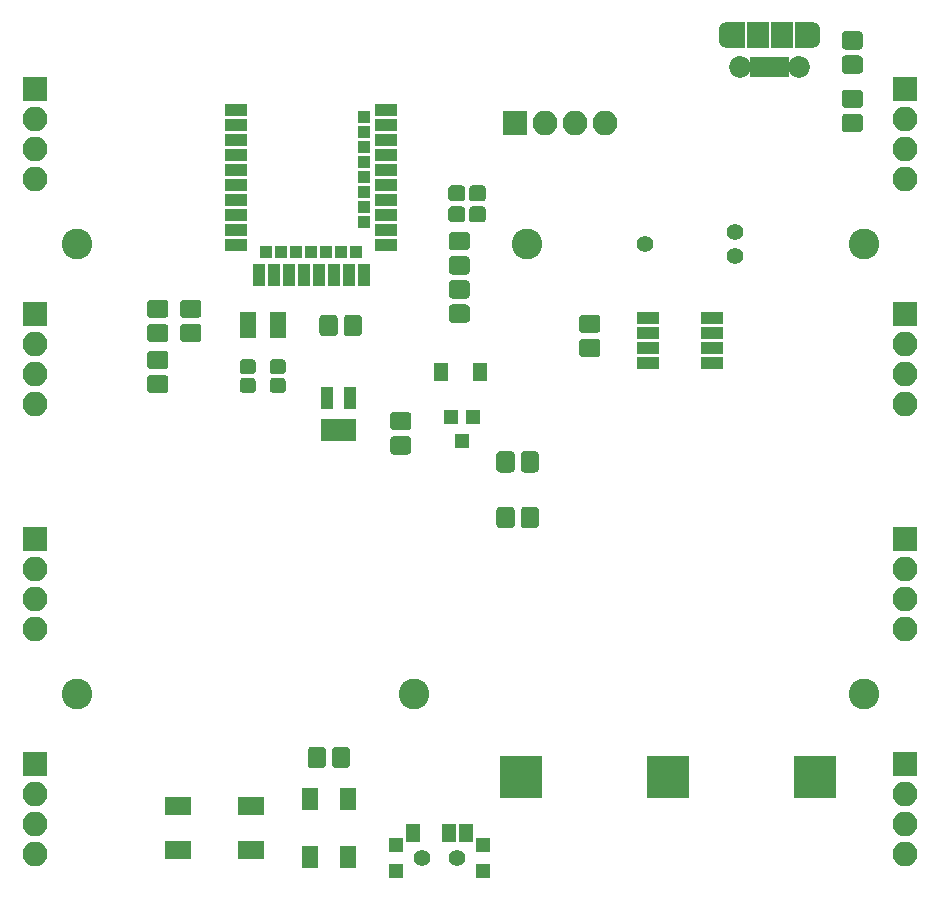
<source format=gbr>
G04 #@! TF.GenerationSoftware,KiCad,Pcbnew,(5.0.0)*
G04 #@! TF.CreationDate,2019-02-01T23:10:10-06:00*
G04 #@! TF.ProjectId,4x4_backpack,3478345F6261636B7061636B2E6B6963,rev?*
G04 #@! TF.SameCoordinates,Original*
G04 #@! TF.FileFunction,Soldermask,Top*
G04 #@! TF.FilePolarity,Negative*
%FSLAX46Y46*%
G04 Gerber Fmt 4.6, Leading zero omitted, Abs format (unit mm)*
G04 Created by KiCad (PCBNEW (5.0.0)) date 02/01/19 23:10:10*
%MOMM*%
%LPD*%
G01*
G04 APERTURE LIST*
%ADD10R,1.900000X2.300000*%
%ADD11C,1.850000*%
%ADD12R,0.800000X1.750000*%
%ADD13O,1.600000X2.300000*%
%ADD14R,1.600000X2.300000*%
%ADD15R,2.100000X2.100000*%
%ADD16O,2.100000X2.100000*%
%ADD17C,0.100000*%
%ADD18C,1.550000*%
%ADD19R,1.200000X1.300000*%
%ADD20R,3.650000X3.650000*%
%ADD21C,2.600000*%
%ADD22C,1.400000*%
%ADD23R,1.300000X1.650000*%
%ADD24R,1.300000X1.300000*%
%ADD25R,2.200000X1.500000*%
%ADD26C,1.275000*%
%ADD27R,1.300000X1.600000*%
%ADD28C,1.390600*%
%ADD29R,1.035000X1.035000*%
%ADD30R,1.924000X1.035000*%
%ADD31R,1.035000X1.924000*%
%ADD32R,1.950000X1.000000*%
%ADD33R,1.050000X1.960000*%
%ADD34R,1.400000X2.200000*%
%ADD35C,1.350000*%
%ADD36R,1.400000X1.900000*%
G04 APERTURE END LIST*
D10*
G04 #@! TO.C,J17*
X138700000Y-77629500D03*
D11*
X142200000Y-80329500D03*
D12*
X140350000Y-80329500D03*
X141000000Y-80329500D03*
X138400000Y-80329500D03*
X139050000Y-80329500D03*
X139700000Y-80329500D03*
D11*
X137200000Y-80329500D03*
D10*
X140700000Y-77629500D03*
D13*
X143200000Y-77629500D03*
X136200000Y-77629500D03*
D14*
X136800000Y-77629500D03*
X142600000Y-77629500D03*
G04 #@! TD*
D15*
G04 #@! TO.C,J1*
X77470000Y-82232500D03*
D16*
X77470000Y-84772500D03*
X77470000Y-87312500D03*
X77470000Y-89852500D03*
G04 #@! TD*
G04 #@! TO.C,J2*
X77470000Y-108902500D03*
X77470000Y-106362500D03*
X77470000Y-103822500D03*
D15*
X77470000Y-101282500D03*
G04 #@! TD*
G04 #@! TO.C,J3*
X77470000Y-120332500D03*
D16*
X77470000Y-122872500D03*
X77470000Y-125412500D03*
X77470000Y-127952500D03*
G04 #@! TD*
G04 #@! TO.C,J4*
X77470000Y-147002500D03*
X77470000Y-144462500D03*
X77470000Y-141922500D03*
D15*
X77470000Y-139382500D03*
G04 #@! TD*
G04 #@! TO.C,J5*
X151130000Y-82232500D03*
D16*
X151130000Y-84772500D03*
X151130000Y-87312500D03*
X151130000Y-89852500D03*
G04 #@! TD*
G04 #@! TO.C,J6*
X151130000Y-108902500D03*
X151130000Y-106362500D03*
X151130000Y-103822500D03*
D15*
X151130000Y-101282500D03*
G04 #@! TD*
G04 #@! TO.C,J7*
X151130000Y-120332500D03*
D16*
X151130000Y-122872500D03*
X151130000Y-125412500D03*
X151130000Y-127952500D03*
G04 #@! TD*
G04 #@! TO.C,J8*
X151130000Y-147002500D03*
X151130000Y-144462500D03*
X151130000Y-141922500D03*
D15*
X151130000Y-139382500D03*
G04 #@! TD*
D17*
G04 #@! TO.C,C1*
G36*
X114007071Y-96381623D02*
X114039781Y-96386475D01*
X114071857Y-96394509D01*
X114102991Y-96405649D01*
X114132884Y-96419787D01*
X114161247Y-96436787D01*
X114187807Y-96456485D01*
X114212308Y-96478692D01*
X114234515Y-96503193D01*
X114254213Y-96529753D01*
X114271213Y-96558116D01*
X114285351Y-96588009D01*
X114296491Y-96619143D01*
X114304525Y-96651219D01*
X114309377Y-96683929D01*
X114311000Y-96716956D01*
X114311000Y-97593044D01*
X114309377Y-97626071D01*
X114304525Y-97658781D01*
X114296491Y-97690857D01*
X114285351Y-97721991D01*
X114271213Y-97751884D01*
X114254213Y-97780247D01*
X114234515Y-97806807D01*
X114212308Y-97831308D01*
X114187807Y-97853515D01*
X114161247Y-97873213D01*
X114132884Y-97890213D01*
X114102991Y-97904351D01*
X114071857Y-97915491D01*
X114039781Y-97923525D01*
X114007071Y-97928377D01*
X113974044Y-97930000D01*
X112847956Y-97930000D01*
X112814929Y-97928377D01*
X112782219Y-97923525D01*
X112750143Y-97915491D01*
X112719009Y-97904351D01*
X112689116Y-97890213D01*
X112660753Y-97873213D01*
X112634193Y-97853515D01*
X112609692Y-97831308D01*
X112587485Y-97806807D01*
X112567787Y-97780247D01*
X112550787Y-97751884D01*
X112536649Y-97721991D01*
X112525509Y-97690857D01*
X112517475Y-97658781D01*
X112512623Y-97626071D01*
X112511000Y-97593044D01*
X112511000Y-96716956D01*
X112512623Y-96683929D01*
X112517475Y-96651219D01*
X112525509Y-96619143D01*
X112536649Y-96588009D01*
X112550787Y-96558116D01*
X112567787Y-96529753D01*
X112587485Y-96503193D01*
X112609692Y-96478692D01*
X112634193Y-96456485D01*
X112660753Y-96436787D01*
X112689116Y-96419787D01*
X112719009Y-96405649D01*
X112750143Y-96394509D01*
X112782219Y-96386475D01*
X112814929Y-96381623D01*
X112847956Y-96380000D01*
X113974044Y-96380000D01*
X114007071Y-96381623D01*
X114007071Y-96381623D01*
G37*
D18*
X113411000Y-97155000D03*
D17*
G36*
X114007071Y-94331623D02*
X114039781Y-94336475D01*
X114071857Y-94344509D01*
X114102991Y-94355649D01*
X114132884Y-94369787D01*
X114161247Y-94386787D01*
X114187807Y-94406485D01*
X114212308Y-94428692D01*
X114234515Y-94453193D01*
X114254213Y-94479753D01*
X114271213Y-94508116D01*
X114285351Y-94538009D01*
X114296491Y-94569143D01*
X114304525Y-94601219D01*
X114309377Y-94633929D01*
X114311000Y-94666956D01*
X114311000Y-95543044D01*
X114309377Y-95576071D01*
X114304525Y-95608781D01*
X114296491Y-95640857D01*
X114285351Y-95671991D01*
X114271213Y-95701884D01*
X114254213Y-95730247D01*
X114234515Y-95756807D01*
X114212308Y-95781308D01*
X114187807Y-95803515D01*
X114161247Y-95823213D01*
X114132884Y-95840213D01*
X114102991Y-95854351D01*
X114071857Y-95865491D01*
X114039781Y-95873525D01*
X114007071Y-95878377D01*
X113974044Y-95880000D01*
X112847956Y-95880000D01*
X112814929Y-95878377D01*
X112782219Y-95873525D01*
X112750143Y-95865491D01*
X112719009Y-95854351D01*
X112689116Y-95840213D01*
X112660753Y-95823213D01*
X112634193Y-95803515D01*
X112609692Y-95781308D01*
X112587485Y-95756807D01*
X112567787Y-95730247D01*
X112550787Y-95701884D01*
X112536649Y-95671991D01*
X112525509Y-95640857D01*
X112517475Y-95608781D01*
X112512623Y-95576071D01*
X112511000Y-95543044D01*
X112511000Y-94666956D01*
X112512623Y-94633929D01*
X112517475Y-94601219D01*
X112525509Y-94569143D01*
X112536649Y-94538009D01*
X112550787Y-94508116D01*
X112567787Y-94479753D01*
X112587485Y-94453193D01*
X112609692Y-94428692D01*
X112634193Y-94406485D01*
X112660753Y-94386787D01*
X112689116Y-94369787D01*
X112719009Y-94355649D01*
X112750143Y-94344509D01*
X112782219Y-94336475D01*
X112814929Y-94331623D01*
X112847956Y-94330000D01*
X113974044Y-94330000D01*
X114007071Y-94331623D01*
X114007071Y-94331623D01*
G37*
D18*
X113411000Y-95105000D03*
G04 #@! TD*
D17*
G04 #@! TO.C,C2*
G36*
X117801071Y-117592623D02*
X117833781Y-117597475D01*
X117865857Y-117605509D01*
X117896991Y-117616649D01*
X117926884Y-117630787D01*
X117955247Y-117647787D01*
X117981807Y-117667485D01*
X118006308Y-117689692D01*
X118028515Y-117714193D01*
X118048213Y-117740753D01*
X118065213Y-117769116D01*
X118079351Y-117799009D01*
X118090491Y-117830143D01*
X118098525Y-117862219D01*
X118103377Y-117894929D01*
X118105000Y-117927956D01*
X118105000Y-119054044D01*
X118103377Y-119087071D01*
X118098525Y-119119781D01*
X118090491Y-119151857D01*
X118079351Y-119182991D01*
X118065213Y-119212884D01*
X118048213Y-119241247D01*
X118028515Y-119267807D01*
X118006308Y-119292308D01*
X117981807Y-119314515D01*
X117955247Y-119334213D01*
X117926884Y-119351213D01*
X117896991Y-119365351D01*
X117865857Y-119376491D01*
X117833781Y-119384525D01*
X117801071Y-119389377D01*
X117768044Y-119391000D01*
X116891956Y-119391000D01*
X116858929Y-119389377D01*
X116826219Y-119384525D01*
X116794143Y-119376491D01*
X116763009Y-119365351D01*
X116733116Y-119351213D01*
X116704753Y-119334213D01*
X116678193Y-119314515D01*
X116653692Y-119292308D01*
X116631485Y-119267807D01*
X116611787Y-119241247D01*
X116594787Y-119212884D01*
X116580649Y-119182991D01*
X116569509Y-119151857D01*
X116561475Y-119119781D01*
X116556623Y-119087071D01*
X116555000Y-119054044D01*
X116555000Y-117927956D01*
X116556623Y-117894929D01*
X116561475Y-117862219D01*
X116569509Y-117830143D01*
X116580649Y-117799009D01*
X116594787Y-117769116D01*
X116611787Y-117740753D01*
X116631485Y-117714193D01*
X116653692Y-117689692D01*
X116678193Y-117667485D01*
X116704753Y-117647787D01*
X116733116Y-117630787D01*
X116763009Y-117616649D01*
X116794143Y-117605509D01*
X116826219Y-117597475D01*
X116858929Y-117592623D01*
X116891956Y-117591000D01*
X117768044Y-117591000D01*
X117801071Y-117592623D01*
X117801071Y-117592623D01*
G37*
D18*
X117330000Y-118491000D03*
D17*
G36*
X119851071Y-117592623D02*
X119883781Y-117597475D01*
X119915857Y-117605509D01*
X119946991Y-117616649D01*
X119976884Y-117630787D01*
X120005247Y-117647787D01*
X120031807Y-117667485D01*
X120056308Y-117689692D01*
X120078515Y-117714193D01*
X120098213Y-117740753D01*
X120115213Y-117769116D01*
X120129351Y-117799009D01*
X120140491Y-117830143D01*
X120148525Y-117862219D01*
X120153377Y-117894929D01*
X120155000Y-117927956D01*
X120155000Y-119054044D01*
X120153377Y-119087071D01*
X120148525Y-119119781D01*
X120140491Y-119151857D01*
X120129351Y-119182991D01*
X120115213Y-119212884D01*
X120098213Y-119241247D01*
X120078515Y-119267807D01*
X120056308Y-119292308D01*
X120031807Y-119314515D01*
X120005247Y-119334213D01*
X119976884Y-119351213D01*
X119946991Y-119365351D01*
X119915857Y-119376491D01*
X119883781Y-119384525D01*
X119851071Y-119389377D01*
X119818044Y-119391000D01*
X118941956Y-119391000D01*
X118908929Y-119389377D01*
X118876219Y-119384525D01*
X118844143Y-119376491D01*
X118813009Y-119365351D01*
X118783116Y-119351213D01*
X118754753Y-119334213D01*
X118728193Y-119314515D01*
X118703692Y-119292308D01*
X118681485Y-119267807D01*
X118661787Y-119241247D01*
X118644787Y-119212884D01*
X118630649Y-119182991D01*
X118619509Y-119151857D01*
X118611475Y-119119781D01*
X118606623Y-119087071D01*
X118605000Y-119054044D01*
X118605000Y-117927956D01*
X118606623Y-117894929D01*
X118611475Y-117862219D01*
X118619509Y-117830143D01*
X118630649Y-117799009D01*
X118644787Y-117769116D01*
X118661787Y-117740753D01*
X118681485Y-117714193D01*
X118703692Y-117689692D01*
X118728193Y-117667485D01*
X118754753Y-117647787D01*
X118783116Y-117630787D01*
X118813009Y-117616649D01*
X118844143Y-117605509D01*
X118876219Y-117597475D01*
X118908929Y-117592623D01*
X118941956Y-117591000D01*
X119818044Y-117591000D01*
X119851071Y-117592623D01*
X119851071Y-117592623D01*
G37*
D18*
X119380000Y-118491000D03*
G04 #@! TD*
D17*
G04 #@! TO.C,C3*
G36*
X104865081Y-101336623D02*
X104897791Y-101341475D01*
X104929867Y-101349509D01*
X104961001Y-101360649D01*
X104990894Y-101374787D01*
X105019257Y-101391787D01*
X105045817Y-101411485D01*
X105070318Y-101433692D01*
X105092525Y-101458193D01*
X105112223Y-101484753D01*
X105129223Y-101513116D01*
X105143361Y-101543009D01*
X105154501Y-101574143D01*
X105162535Y-101606219D01*
X105167387Y-101638929D01*
X105169010Y-101671956D01*
X105169010Y-102798044D01*
X105167387Y-102831071D01*
X105162535Y-102863781D01*
X105154501Y-102895857D01*
X105143361Y-102926991D01*
X105129223Y-102956884D01*
X105112223Y-102985247D01*
X105092525Y-103011807D01*
X105070318Y-103036308D01*
X105045817Y-103058515D01*
X105019257Y-103078213D01*
X104990894Y-103095213D01*
X104961001Y-103109351D01*
X104929867Y-103120491D01*
X104897791Y-103128525D01*
X104865081Y-103133377D01*
X104832054Y-103135000D01*
X103955966Y-103135000D01*
X103922939Y-103133377D01*
X103890229Y-103128525D01*
X103858153Y-103120491D01*
X103827019Y-103109351D01*
X103797126Y-103095213D01*
X103768763Y-103078213D01*
X103742203Y-103058515D01*
X103717702Y-103036308D01*
X103695495Y-103011807D01*
X103675797Y-102985247D01*
X103658797Y-102956884D01*
X103644659Y-102926991D01*
X103633519Y-102895857D01*
X103625485Y-102863781D01*
X103620633Y-102831071D01*
X103619010Y-102798044D01*
X103619010Y-101671956D01*
X103620633Y-101638929D01*
X103625485Y-101606219D01*
X103633519Y-101574143D01*
X103644659Y-101543009D01*
X103658797Y-101513116D01*
X103675797Y-101484753D01*
X103695495Y-101458193D01*
X103717702Y-101433692D01*
X103742203Y-101411485D01*
X103768763Y-101391787D01*
X103797126Y-101374787D01*
X103827019Y-101360649D01*
X103858153Y-101349509D01*
X103890229Y-101341475D01*
X103922939Y-101336623D01*
X103955966Y-101335000D01*
X104832054Y-101335000D01*
X104865081Y-101336623D01*
X104865081Y-101336623D01*
G37*
D18*
X104394010Y-102235000D03*
D17*
G36*
X102815081Y-101336623D02*
X102847791Y-101341475D01*
X102879867Y-101349509D01*
X102911001Y-101360649D01*
X102940894Y-101374787D01*
X102969257Y-101391787D01*
X102995817Y-101411485D01*
X103020318Y-101433692D01*
X103042525Y-101458193D01*
X103062223Y-101484753D01*
X103079223Y-101513116D01*
X103093361Y-101543009D01*
X103104501Y-101574143D01*
X103112535Y-101606219D01*
X103117387Y-101638929D01*
X103119010Y-101671956D01*
X103119010Y-102798044D01*
X103117387Y-102831071D01*
X103112535Y-102863781D01*
X103104501Y-102895857D01*
X103093361Y-102926991D01*
X103079223Y-102956884D01*
X103062223Y-102985247D01*
X103042525Y-103011807D01*
X103020318Y-103036308D01*
X102995817Y-103058515D01*
X102969257Y-103078213D01*
X102940894Y-103095213D01*
X102911001Y-103109351D01*
X102879867Y-103120491D01*
X102847791Y-103128525D01*
X102815081Y-103133377D01*
X102782054Y-103135000D01*
X101905966Y-103135000D01*
X101872939Y-103133377D01*
X101840229Y-103128525D01*
X101808153Y-103120491D01*
X101777019Y-103109351D01*
X101747126Y-103095213D01*
X101718763Y-103078213D01*
X101692203Y-103058515D01*
X101667702Y-103036308D01*
X101645495Y-103011807D01*
X101625797Y-102985247D01*
X101608797Y-102956884D01*
X101594659Y-102926991D01*
X101583519Y-102895857D01*
X101575485Y-102863781D01*
X101570633Y-102831071D01*
X101569010Y-102798044D01*
X101569010Y-101671956D01*
X101570633Y-101638929D01*
X101575485Y-101606219D01*
X101583519Y-101574143D01*
X101594659Y-101543009D01*
X101608797Y-101513116D01*
X101625797Y-101484753D01*
X101645495Y-101458193D01*
X101667702Y-101433692D01*
X101692203Y-101411485D01*
X101718763Y-101391787D01*
X101747126Y-101374787D01*
X101777019Y-101360649D01*
X101808153Y-101349509D01*
X101840229Y-101341475D01*
X101872939Y-101336623D01*
X101905966Y-101335000D01*
X102782054Y-101335000D01*
X102815081Y-101336623D01*
X102815081Y-101336623D01*
G37*
D18*
X102344010Y-102235000D03*
G04 #@! TD*
D19*
G04 #@! TO.C,Q1*
X114615000Y-109998000D03*
X112715000Y-109998000D03*
X113665000Y-111998000D03*
G04 #@! TD*
D20*
G04 #@! TO.C,E1*
X143510000Y-140462000D03*
X118618000Y-140462000D03*
X131064000Y-140462000D03*
G04 #@! TD*
D15*
G04 #@! TO.C,J9*
X118110000Y-85090000D03*
D16*
X120650000Y-85090000D03*
X123190000Y-85090000D03*
X125730000Y-85090000D03*
G04 #@! TD*
D21*
G04 #@! TO.C,J11*
X81026000Y-133477000D03*
G04 #@! TD*
G04 #@! TO.C,J12*
X147701000Y-95377000D03*
G04 #@! TD*
G04 #@! TO.C,J13*
X147701000Y-133477000D03*
G04 #@! TD*
G04 #@! TO.C,J14*
X109601000Y-133477000D03*
G04 #@! TD*
G04 #@! TO.C,J15*
X119126000Y-95377000D03*
G04 #@! TD*
G04 #@! TO.C,J16*
X81026000Y-95377000D03*
G04 #@! TD*
D22*
G04 #@! TO.C,SW1*
X110260000Y-147320000D03*
X113260000Y-147320000D03*
D23*
X112510000Y-145245000D03*
X114010000Y-145245000D03*
X109510000Y-145245000D03*
D24*
X108060000Y-148420000D03*
X108060000Y-146220000D03*
X115460000Y-146220000D03*
X115460000Y-148420000D03*
G04 #@! TD*
D25*
G04 #@! TO.C,SW2*
X95810000Y-146630000D03*
X89610000Y-146630000D03*
X95810000Y-142930000D03*
X89610000Y-142930000D03*
G04 #@! TD*
D17*
G04 #@! TO.C,C5*
G36*
X109054071Y-111621623D02*
X109086781Y-111626475D01*
X109118857Y-111634509D01*
X109149991Y-111645649D01*
X109179884Y-111659787D01*
X109208247Y-111676787D01*
X109234807Y-111696485D01*
X109259308Y-111718692D01*
X109281515Y-111743193D01*
X109301213Y-111769753D01*
X109318213Y-111798116D01*
X109332351Y-111828009D01*
X109343491Y-111859143D01*
X109351525Y-111891219D01*
X109356377Y-111923929D01*
X109358000Y-111956956D01*
X109358000Y-112833044D01*
X109356377Y-112866071D01*
X109351525Y-112898781D01*
X109343491Y-112930857D01*
X109332351Y-112961991D01*
X109318213Y-112991884D01*
X109301213Y-113020247D01*
X109281515Y-113046807D01*
X109259308Y-113071308D01*
X109234807Y-113093515D01*
X109208247Y-113113213D01*
X109179884Y-113130213D01*
X109149991Y-113144351D01*
X109118857Y-113155491D01*
X109086781Y-113163525D01*
X109054071Y-113168377D01*
X109021044Y-113170000D01*
X107894956Y-113170000D01*
X107861929Y-113168377D01*
X107829219Y-113163525D01*
X107797143Y-113155491D01*
X107766009Y-113144351D01*
X107736116Y-113130213D01*
X107707753Y-113113213D01*
X107681193Y-113093515D01*
X107656692Y-113071308D01*
X107634485Y-113046807D01*
X107614787Y-113020247D01*
X107597787Y-112991884D01*
X107583649Y-112961991D01*
X107572509Y-112930857D01*
X107564475Y-112898781D01*
X107559623Y-112866071D01*
X107558000Y-112833044D01*
X107558000Y-111956956D01*
X107559623Y-111923929D01*
X107564475Y-111891219D01*
X107572509Y-111859143D01*
X107583649Y-111828009D01*
X107597787Y-111798116D01*
X107614787Y-111769753D01*
X107634485Y-111743193D01*
X107656692Y-111718692D01*
X107681193Y-111696485D01*
X107707753Y-111676787D01*
X107736116Y-111659787D01*
X107766009Y-111645649D01*
X107797143Y-111634509D01*
X107829219Y-111626475D01*
X107861929Y-111621623D01*
X107894956Y-111620000D01*
X109021044Y-111620000D01*
X109054071Y-111621623D01*
X109054071Y-111621623D01*
G37*
D18*
X108458000Y-112395000D03*
D17*
G36*
X109054071Y-109571623D02*
X109086781Y-109576475D01*
X109118857Y-109584509D01*
X109149991Y-109595649D01*
X109179884Y-109609787D01*
X109208247Y-109626787D01*
X109234807Y-109646485D01*
X109259308Y-109668692D01*
X109281515Y-109693193D01*
X109301213Y-109719753D01*
X109318213Y-109748116D01*
X109332351Y-109778009D01*
X109343491Y-109809143D01*
X109351525Y-109841219D01*
X109356377Y-109873929D01*
X109358000Y-109906956D01*
X109358000Y-110783044D01*
X109356377Y-110816071D01*
X109351525Y-110848781D01*
X109343491Y-110880857D01*
X109332351Y-110911991D01*
X109318213Y-110941884D01*
X109301213Y-110970247D01*
X109281515Y-110996807D01*
X109259308Y-111021308D01*
X109234807Y-111043515D01*
X109208247Y-111063213D01*
X109179884Y-111080213D01*
X109149991Y-111094351D01*
X109118857Y-111105491D01*
X109086781Y-111113525D01*
X109054071Y-111118377D01*
X109021044Y-111120000D01*
X107894956Y-111120000D01*
X107861929Y-111118377D01*
X107829219Y-111113525D01*
X107797143Y-111105491D01*
X107766009Y-111094351D01*
X107736116Y-111080213D01*
X107707753Y-111063213D01*
X107681193Y-111043515D01*
X107656692Y-111021308D01*
X107634485Y-110996807D01*
X107614787Y-110970247D01*
X107597787Y-110941884D01*
X107583649Y-110911991D01*
X107572509Y-110880857D01*
X107564475Y-110848781D01*
X107559623Y-110816071D01*
X107558000Y-110783044D01*
X107558000Y-109906956D01*
X107559623Y-109873929D01*
X107564475Y-109841219D01*
X107572509Y-109809143D01*
X107583649Y-109778009D01*
X107597787Y-109748116D01*
X107614787Y-109719753D01*
X107634485Y-109693193D01*
X107656692Y-109668692D01*
X107681193Y-109646485D01*
X107707753Y-109626787D01*
X107736116Y-109609787D01*
X107766009Y-109595649D01*
X107797143Y-109584509D01*
X107829219Y-109576475D01*
X107861929Y-109571623D01*
X107894956Y-109570000D01*
X109021044Y-109570000D01*
X109054071Y-109571623D01*
X109054071Y-109571623D01*
G37*
D18*
X108458000Y-110345000D03*
G04 #@! TD*
D17*
G04 #@! TO.C,C6*
G36*
X88480071Y-102105623D02*
X88512781Y-102110475D01*
X88544857Y-102118509D01*
X88575991Y-102129649D01*
X88605884Y-102143787D01*
X88634247Y-102160787D01*
X88660807Y-102180485D01*
X88685308Y-102202692D01*
X88707515Y-102227193D01*
X88727213Y-102253753D01*
X88744213Y-102282116D01*
X88758351Y-102312009D01*
X88769491Y-102343143D01*
X88777525Y-102375219D01*
X88782377Y-102407929D01*
X88784000Y-102440956D01*
X88784000Y-103317044D01*
X88782377Y-103350071D01*
X88777525Y-103382781D01*
X88769491Y-103414857D01*
X88758351Y-103445991D01*
X88744213Y-103475884D01*
X88727213Y-103504247D01*
X88707515Y-103530807D01*
X88685308Y-103555308D01*
X88660807Y-103577515D01*
X88634247Y-103597213D01*
X88605884Y-103614213D01*
X88575991Y-103628351D01*
X88544857Y-103639491D01*
X88512781Y-103647525D01*
X88480071Y-103652377D01*
X88447044Y-103654000D01*
X87320956Y-103654000D01*
X87287929Y-103652377D01*
X87255219Y-103647525D01*
X87223143Y-103639491D01*
X87192009Y-103628351D01*
X87162116Y-103614213D01*
X87133753Y-103597213D01*
X87107193Y-103577515D01*
X87082692Y-103555308D01*
X87060485Y-103530807D01*
X87040787Y-103504247D01*
X87023787Y-103475884D01*
X87009649Y-103445991D01*
X86998509Y-103414857D01*
X86990475Y-103382781D01*
X86985623Y-103350071D01*
X86984000Y-103317044D01*
X86984000Y-102440956D01*
X86985623Y-102407929D01*
X86990475Y-102375219D01*
X86998509Y-102343143D01*
X87009649Y-102312009D01*
X87023787Y-102282116D01*
X87040787Y-102253753D01*
X87060485Y-102227193D01*
X87082692Y-102202692D01*
X87107193Y-102180485D01*
X87133753Y-102160787D01*
X87162116Y-102143787D01*
X87192009Y-102129649D01*
X87223143Y-102118509D01*
X87255219Y-102110475D01*
X87287929Y-102105623D01*
X87320956Y-102104000D01*
X88447044Y-102104000D01*
X88480071Y-102105623D01*
X88480071Y-102105623D01*
G37*
D18*
X87884000Y-102879000D03*
D17*
G36*
X88480071Y-100055623D02*
X88512781Y-100060475D01*
X88544857Y-100068509D01*
X88575991Y-100079649D01*
X88605884Y-100093787D01*
X88634247Y-100110787D01*
X88660807Y-100130485D01*
X88685308Y-100152692D01*
X88707515Y-100177193D01*
X88727213Y-100203753D01*
X88744213Y-100232116D01*
X88758351Y-100262009D01*
X88769491Y-100293143D01*
X88777525Y-100325219D01*
X88782377Y-100357929D01*
X88784000Y-100390956D01*
X88784000Y-101267044D01*
X88782377Y-101300071D01*
X88777525Y-101332781D01*
X88769491Y-101364857D01*
X88758351Y-101395991D01*
X88744213Y-101425884D01*
X88727213Y-101454247D01*
X88707515Y-101480807D01*
X88685308Y-101505308D01*
X88660807Y-101527515D01*
X88634247Y-101547213D01*
X88605884Y-101564213D01*
X88575991Y-101578351D01*
X88544857Y-101589491D01*
X88512781Y-101597525D01*
X88480071Y-101602377D01*
X88447044Y-101604000D01*
X87320956Y-101604000D01*
X87287929Y-101602377D01*
X87255219Y-101597525D01*
X87223143Y-101589491D01*
X87192009Y-101578351D01*
X87162116Y-101564213D01*
X87133753Y-101547213D01*
X87107193Y-101527515D01*
X87082692Y-101505308D01*
X87060485Y-101480807D01*
X87040787Y-101454247D01*
X87023787Y-101425884D01*
X87009649Y-101395991D01*
X86998509Y-101364857D01*
X86990475Y-101332781D01*
X86985623Y-101300071D01*
X86984000Y-101267044D01*
X86984000Y-100390956D01*
X86985623Y-100357929D01*
X86990475Y-100325219D01*
X86998509Y-100293143D01*
X87009649Y-100262009D01*
X87023787Y-100232116D01*
X87040787Y-100203753D01*
X87060485Y-100177193D01*
X87082692Y-100152692D01*
X87107193Y-100130485D01*
X87133753Y-100110787D01*
X87162116Y-100093787D01*
X87192009Y-100079649D01*
X87223143Y-100068509D01*
X87255219Y-100060475D01*
X87287929Y-100055623D01*
X87320956Y-100054000D01*
X88447044Y-100054000D01*
X88480071Y-100055623D01*
X88480071Y-100055623D01*
G37*
D18*
X87884000Y-100829000D03*
G04 #@! TD*
D17*
G04 #@! TO.C,C17*
G36*
X95891493Y-106679034D02*
X95922435Y-106683624D01*
X95952778Y-106691224D01*
X95982230Y-106701762D01*
X96010508Y-106715137D01*
X96037338Y-106731218D01*
X96062463Y-106749852D01*
X96085640Y-106770859D01*
X96106647Y-106794036D01*
X96125281Y-106819161D01*
X96141362Y-106845991D01*
X96154737Y-106874269D01*
X96165275Y-106903721D01*
X96172875Y-106934064D01*
X96177465Y-106965006D01*
X96179000Y-106996249D01*
X96179000Y-107633749D01*
X96177465Y-107664992D01*
X96172875Y-107695934D01*
X96165275Y-107726277D01*
X96154737Y-107755729D01*
X96141362Y-107784007D01*
X96125281Y-107810837D01*
X96106647Y-107835962D01*
X96085640Y-107859139D01*
X96062463Y-107880146D01*
X96037338Y-107898780D01*
X96010508Y-107914861D01*
X95982230Y-107928236D01*
X95952778Y-107938774D01*
X95922435Y-107946374D01*
X95891493Y-107950964D01*
X95860250Y-107952499D01*
X95147750Y-107952499D01*
X95116507Y-107950964D01*
X95085565Y-107946374D01*
X95055222Y-107938774D01*
X95025770Y-107928236D01*
X94997492Y-107914861D01*
X94970662Y-107898780D01*
X94945537Y-107880146D01*
X94922360Y-107859139D01*
X94901353Y-107835962D01*
X94882719Y-107810837D01*
X94866638Y-107784007D01*
X94853263Y-107755729D01*
X94842725Y-107726277D01*
X94835125Y-107695934D01*
X94830535Y-107664992D01*
X94829000Y-107633749D01*
X94829000Y-106996249D01*
X94830535Y-106965006D01*
X94835125Y-106934064D01*
X94842725Y-106903721D01*
X94853263Y-106874269D01*
X94866638Y-106845991D01*
X94882719Y-106819161D01*
X94901353Y-106794036D01*
X94922360Y-106770859D01*
X94945537Y-106749852D01*
X94970662Y-106731218D01*
X94997492Y-106715137D01*
X95025770Y-106701762D01*
X95055222Y-106691224D01*
X95085565Y-106683624D01*
X95116507Y-106679034D01*
X95147750Y-106677499D01*
X95860250Y-106677499D01*
X95891493Y-106679034D01*
X95891493Y-106679034D01*
G37*
D26*
X95504000Y-107314999D03*
D17*
G36*
X95891493Y-105104034D02*
X95922435Y-105108624D01*
X95952778Y-105116224D01*
X95982230Y-105126762D01*
X96010508Y-105140137D01*
X96037338Y-105156218D01*
X96062463Y-105174852D01*
X96085640Y-105195859D01*
X96106647Y-105219036D01*
X96125281Y-105244161D01*
X96141362Y-105270991D01*
X96154737Y-105299269D01*
X96165275Y-105328721D01*
X96172875Y-105359064D01*
X96177465Y-105390006D01*
X96179000Y-105421249D01*
X96179000Y-106058749D01*
X96177465Y-106089992D01*
X96172875Y-106120934D01*
X96165275Y-106151277D01*
X96154737Y-106180729D01*
X96141362Y-106209007D01*
X96125281Y-106235837D01*
X96106647Y-106260962D01*
X96085640Y-106284139D01*
X96062463Y-106305146D01*
X96037338Y-106323780D01*
X96010508Y-106339861D01*
X95982230Y-106353236D01*
X95952778Y-106363774D01*
X95922435Y-106371374D01*
X95891493Y-106375964D01*
X95860250Y-106377499D01*
X95147750Y-106377499D01*
X95116507Y-106375964D01*
X95085565Y-106371374D01*
X95055222Y-106363774D01*
X95025770Y-106353236D01*
X94997492Y-106339861D01*
X94970662Y-106323780D01*
X94945537Y-106305146D01*
X94922360Y-106284139D01*
X94901353Y-106260962D01*
X94882719Y-106235837D01*
X94866638Y-106209007D01*
X94853263Y-106180729D01*
X94842725Y-106151277D01*
X94835125Y-106120934D01*
X94830535Y-106089992D01*
X94829000Y-106058749D01*
X94829000Y-105421249D01*
X94830535Y-105390006D01*
X94835125Y-105359064D01*
X94842725Y-105328721D01*
X94853263Y-105299269D01*
X94866638Y-105270991D01*
X94882719Y-105244161D01*
X94901353Y-105219036D01*
X94922360Y-105195859D01*
X94945537Y-105174852D01*
X94970662Y-105156218D01*
X94997492Y-105140137D01*
X95025770Y-105126762D01*
X95055222Y-105116224D01*
X95085565Y-105108624D01*
X95116507Y-105104034D01*
X95147750Y-105102499D01*
X95860250Y-105102499D01*
X95891493Y-105104034D01*
X95891493Y-105104034D01*
G37*
D26*
X95504000Y-105739999D03*
G04 #@! TD*
D17*
G04 #@! TO.C,C18*
G36*
X98431493Y-105104031D02*
X98462435Y-105108621D01*
X98492778Y-105116221D01*
X98522230Y-105126759D01*
X98550508Y-105140134D01*
X98577338Y-105156215D01*
X98602463Y-105174849D01*
X98625640Y-105195856D01*
X98646647Y-105219033D01*
X98665281Y-105244158D01*
X98681362Y-105270988D01*
X98694737Y-105299266D01*
X98705275Y-105328718D01*
X98712875Y-105359061D01*
X98717465Y-105390003D01*
X98719000Y-105421246D01*
X98719000Y-106058746D01*
X98717465Y-106089989D01*
X98712875Y-106120931D01*
X98705275Y-106151274D01*
X98694737Y-106180726D01*
X98681362Y-106209004D01*
X98665281Y-106235834D01*
X98646647Y-106260959D01*
X98625640Y-106284136D01*
X98602463Y-106305143D01*
X98577338Y-106323777D01*
X98550508Y-106339858D01*
X98522230Y-106353233D01*
X98492778Y-106363771D01*
X98462435Y-106371371D01*
X98431493Y-106375961D01*
X98400250Y-106377496D01*
X97687750Y-106377496D01*
X97656507Y-106375961D01*
X97625565Y-106371371D01*
X97595222Y-106363771D01*
X97565770Y-106353233D01*
X97537492Y-106339858D01*
X97510662Y-106323777D01*
X97485537Y-106305143D01*
X97462360Y-106284136D01*
X97441353Y-106260959D01*
X97422719Y-106235834D01*
X97406638Y-106209004D01*
X97393263Y-106180726D01*
X97382725Y-106151274D01*
X97375125Y-106120931D01*
X97370535Y-106089989D01*
X97369000Y-106058746D01*
X97369000Y-105421246D01*
X97370535Y-105390003D01*
X97375125Y-105359061D01*
X97382725Y-105328718D01*
X97393263Y-105299266D01*
X97406638Y-105270988D01*
X97422719Y-105244158D01*
X97441353Y-105219033D01*
X97462360Y-105195856D01*
X97485537Y-105174849D01*
X97510662Y-105156215D01*
X97537492Y-105140134D01*
X97565770Y-105126759D01*
X97595222Y-105116221D01*
X97625565Y-105108621D01*
X97656507Y-105104031D01*
X97687750Y-105102496D01*
X98400250Y-105102496D01*
X98431493Y-105104031D01*
X98431493Y-105104031D01*
G37*
D26*
X98044000Y-105739996D03*
D17*
G36*
X98431493Y-106679031D02*
X98462435Y-106683621D01*
X98492778Y-106691221D01*
X98522230Y-106701759D01*
X98550508Y-106715134D01*
X98577338Y-106731215D01*
X98602463Y-106749849D01*
X98625640Y-106770856D01*
X98646647Y-106794033D01*
X98665281Y-106819158D01*
X98681362Y-106845988D01*
X98694737Y-106874266D01*
X98705275Y-106903718D01*
X98712875Y-106934061D01*
X98717465Y-106965003D01*
X98719000Y-106996246D01*
X98719000Y-107633746D01*
X98717465Y-107664989D01*
X98712875Y-107695931D01*
X98705275Y-107726274D01*
X98694737Y-107755726D01*
X98681362Y-107784004D01*
X98665281Y-107810834D01*
X98646647Y-107835959D01*
X98625640Y-107859136D01*
X98602463Y-107880143D01*
X98577338Y-107898777D01*
X98550508Y-107914858D01*
X98522230Y-107928233D01*
X98492778Y-107938771D01*
X98462435Y-107946371D01*
X98431493Y-107950961D01*
X98400250Y-107952496D01*
X97687750Y-107952496D01*
X97656507Y-107950961D01*
X97625565Y-107946371D01*
X97595222Y-107938771D01*
X97565770Y-107928233D01*
X97537492Y-107914858D01*
X97510662Y-107898777D01*
X97485537Y-107880143D01*
X97462360Y-107859136D01*
X97441353Y-107835959D01*
X97422719Y-107810834D01*
X97406638Y-107784004D01*
X97393263Y-107755726D01*
X97382725Y-107726274D01*
X97375125Y-107695931D01*
X97370535Y-107664989D01*
X97369000Y-107633746D01*
X97369000Y-106996246D01*
X97370535Y-106965003D01*
X97375125Y-106934061D01*
X97382725Y-106903718D01*
X97393263Y-106874266D01*
X97406638Y-106845988D01*
X97422719Y-106819158D01*
X97441353Y-106794033D01*
X97462360Y-106770856D01*
X97485537Y-106749849D01*
X97510662Y-106731215D01*
X97537492Y-106715134D01*
X97565770Y-106701759D01*
X97595222Y-106691221D01*
X97625565Y-106683621D01*
X97656507Y-106679031D01*
X97687750Y-106677496D01*
X98400250Y-106677496D01*
X98431493Y-106679031D01*
X98431493Y-106679031D01*
G37*
D26*
X98044000Y-107314996D03*
G04 #@! TD*
D27*
G04 #@! TO.C,D1*
X111888000Y-106172000D03*
X115188000Y-106172000D03*
G04 #@! TD*
D17*
G04 #@! TO.C,D2*
G36*
X147281071Y-79381610D02*
X147313781Y-79386462D01*
X147345857Y-79394496D01*
X147376991Y-79405636D01*
X147406884Y-79419774D01*
X147435247Y-79436774D01*
X147461807Y-79456472D01*
X147486308Y-79478679D01*
X147508515Y-79503180D01*
X147528213Y-79529740D01*
X147545213Y-79558103D01*
X147559351Y-79587996D01*
X147570491Y-79619130D01*
X147578525Y-79651206D01*
X147583377Y-79683916D01*
X147585000Y-79716943D01*
X147585000Y-80593031D01*
X147583377Y-80626058D01*
X147578525Y-80658768D01*
X147570491Y-80690844D01*
X147559351Y-80721978D01*
X147545213Y-80751871D01*
X147528213Y-80780234D01*
X147508515Y-80806794D01*
X147486308Y-80831295D01*
X147461807Y-80853502D01*
X147435247Y-80873200D01*
X147406884Y-80890200D01*
X147376991Y-80904338D01*
X147345857Y-80915478D01*
X147313781Y-80923512D01*
X147281071Y-80928364D01*
X147248044Y-80929987D01*
X146121956Y-80929987D01*
X146088929Y-80928364D01*
X146056219Y-80923512D01*
X146024143Y-80915478D01*
X145993009Y-80904338D01*
X145963116Y-80890200D01*
X145934753Y-80873200D01*
X145908193Y-80853502D01*
X145883692Y-80831295D01*
X145861485Y-80806794D01*
X145841787Y-80780234D01*
X145824787Y-80751871D01*
X145810649Y-80721978D01*
X145799509Y-80690844D01*
X145791475Y-80658768D01*
X145786623Y-80626058D01*
X145785000Y-80593031D01*
X145785000Y-79716943D01*
X145786623Y-79683916D01*
X145791475Y-79651206D01*
X145799509Y-79619130D01*
X145810649Y-79587996D01*
X145824787Y-79558103D01*
X145841787Y-79529740D01*
X145861485Y-79503180D01*
X145883692Y-79478679D01*
X145908193Y-79456472D01*
X145934753Y-79436774D01*
X145963116Y-79419774D01*
X145993009Y-79405636D01*
X146024143Y-79394496D01*
X146056219Y-79386462D01*
X146088929Y-79381610D01*
X146121956Y-79379987D01*
X147248044Y-79379987D01*
X147281071Y-79381610D01*
X147281071Y-79381610D01*
G37*
D18*
X146685000Y-80154987D03*
D17*
G36*
X147281071Y-77331610D02*
X147313781Y-77336462D01*
X147345857Y-77344496D01*
X147376991Y-77355636D01*
X147406884Y-77369774D01*
X147435247Y-77386774D01*
X147461807Y-77406472D01*
X147486308Y-77428679D01*
X147508515Y-77453180D01*
X147528213Y-77479740D01*
X147545213Y-77508103D01*
X147559351Y-77537996D01*
X147570491Y-77569130D01*
X147578525Y-77601206D01*
X147583377Y-77633916D01*
X147585000Y-77666943D01*
X147585000Y-78543031D01*
X147583377Y-78576058D01*
X147578525Y-78608768D01*
X147570491Y-78640844D01*
X147559351Y-78671978D01*
X147545213Y-78701871D01*
X147528213Y-78730234D01*
X147508515Y-78756794D01*
X147486308Y-78781295D01*
X147461807Y-78803502D01*
X147435247Y-78823200D01*
X147406884Y-78840200D01*
X147376991Y-78854338D01*
X147345857Y-78865478D01*
X147313781Y-78873512D01*
X147281071Y-78878364D01*
X147248044Y-78879987D01*
X146121956Y-78879987D01*
X146088929Y-78878364D01*
X146056219Y-78873512D01*
X146024143Y-78865478D01*
X145993009Y-78854338D01*
X145963116Y-78840200D01*
X145934753Y-78823200D01*
X145908193Y-78803502D01*
X145883692Y-78781295D01*
X145861485Y-78756794D01*
X145841787Y-78730234D01*
X145824787Y-78701871D01*
X145810649Y-78671978D01*
X145799509Y-78640844D01*
X145791475Y-78608768D01*
X145786623Y-78576058D01*
X145785000Y-78543031D01*
X145785000Y-77666943D01*
X145786623Y-77633916D01*
X145791475Y-77601206D01*
X145799509Y-77569130D01*
X145810649Y-77537996D01*
X145824787Y-77508103D01*
X145841787Y-77479740D01*
X145861485Y-77453180D01*
X145883692Y-77428679D01*
X145908193Y-77406472D01*
X145934753Y-77386774D01*
X145963116Y-77369774D01*
X145993009Y-77355636D01*
X146024143Y-77344496D01*
X146056219Y-77336462D01*
X146088929Y-77331610D01*
X146121956Y-77329987D01*
X147248044Y-77329987D01*
X147281071Y-77331610D01*
X147281071Y-77331610D01*
G37*
D18*
X146685000Y-78104987D03*
G04 #@! TD*
D28*
G04 #@! TO.C,J10*
X136779000Y-96393000D03*
X136779000Y-94361000D03*
X129159000Y-95377000D03*
G04 #@! TD*
D17*
G04 #@! TO.C,R1*
G36*
X114007071Y-98413622D02*
X114039781Y-98418474D01*
X114071857Y-98426508D01*
X114102991Y-98437648D01*
X114132884Y-98451786D01*
X114161247Y-98468786D01*
X114187807Y-98488484D01*
X114212308Y-98510691D01*
X114234515Y-98535192D01*
X114254213Y-98561752D01*
X114271213Y-98590115D01*
X114285351Y-98620008D01*
X114296491Y-98651142D01*
X114304525Y-98683218D01*
X114309377Y-98715928D01*
X114311000Y-98748955D01*
X114311000Y-99625043D01*
X114309377Y-99658070D01*
X114304525Y-99690780D01*
X114296491Y-99722856D01*
X114285351Y-99753990D01*
X114271213Y-99783883D01*
X114254213Y-99812246D01*
X114234515Y-99838806D01*
X114212308Y-99863307D01*
X114187807Y-99885514D01*
X114161247Y-99905212D01*
X114132884Y-99922212D01*
X114102991Y-99936350D01*
X114071857Y-99947490D01*
X114039781Y-99955524D01*
X114007071Y-99960376D01*
X113974044Y-99961999D01*
X112847956Y-99961999D01*
X112814929Y-99960376D01*
X112782219Y-99955524D01*
X112750143Y-99947490D01*
X112719009Y-99936350D01*
X112689116Y-99922212D01*
X112660753Y-99905212D01*
X112634193Y-99885514D01*
X112609692Y-99863307D01*
X112587485Y-99838806D01*
X112567787Y-99812246D01*
X112550787Y-99783883D01*
X112536649Y-99753990D01*
X112525509Y-99722856D01*
X112517475Y-99690780D01*
X112512623Y-99658070D01*
X112511000Y-99625043D01*
X112511000Y-98748955D01*
X112512623Y-98715928D01*
X112517475Y-98683218D01*
X112525509Y-98651142D01*
X112536649Y-98620008D01*
X112550787Y-98590115D01*
X112567787Y-98561752D01*
X112587485Y-98535192D01*
X112609692Y-98510691D01*
X112634193Y-98488484D01*
X112660753Y-98468786D01*
X112689116Y-98451786D01*
X112719009Y-98437648D01*
X112750143Y-98426508D01*
X112782219Y-98418474D01*
X112814929Y-98413622D01*
X112847956Y-98411999D01*
X113974044Y-98411999D01*
X114007071Y-98413622D01*
X114007071Y-98413622D01*
G37*
D18*
X113411000Y-99186999D03*
D17*
G36*
X114007071Y-100463622D02*
X114039781Y-100468474D01*
X114071857Y-100476508D01*
X114102991Y-100487648D01*
X114132884Y-100501786D01*
X114161247Y-100518786D01*
X114187807Y-100538484D01*
X114212308Y-100560691D01*
X114234515Y-100585192D01*
X114254213Y-100611752D01*
X114271213Y-100640115D01*
X114285351Y-100670008D01*
X114296491Y-100701142D01*
X114304525Y-100733218D01*
X114309377Y-100765928D01*
X114311000Y-100798955D01*
X114311000Y-101675043D01*
X114309377Y-101708070D01*
X114304525Y-101740780D01*
X114296491Y-101772856D01*
X114285351Y-101803990D01*
X114271213Y-101833883D01*
X114254213Y-101862246D01*
X114234515Y-101888806D01*
X114212308Y-101913307D01*
X114187807Y-101935514D01*
X114161247Y-101955212D01*
X114132884Y-101972212D01*
X114102991Y-101986350D01*
X114071857Y-101997490D01*
X114039781Y-102005524D01*
X114007071Y-102010376D01*
X113974044Y-102011999D01*
X112847956Y-102011999D01*
X112814929Y-102010376D01*
X112782219Y-102005524D01*
X112750143Y-101997490D01*
X112719009Y-101986350D01*
X112689116Y-101972212D01*
X112660753Y-101955212D01*
X112634193Y-101935514D01*
X112609692Y-101913307D01*
X112587485Y-101888806D01*
X112567787Y-101862246D01*
X112550787Y-101833883D01*
X112536649Y-101803990D01*
X112525509Y-101772856D01*
X112517475Y-101740780D01*
X112512623Y-101708070D01*
X112511000Y-101675043D01*
X112511000Y-100798955D01*
X112512623Y-100765928D01*
X112517475Y-100733218D01*
X112525509Y-100701142D01*
X112536649Y-100670008D01*
X112550787Y-100640115D01*
X112567787Y-100611752D01*
X112587485Y-100585192D01*
X112609692Y-100560691D01*
X112634193Y-100538484D01*
X112660753Y-100518786D01*
X112689116Y-100501786D01*
X112719009Y-100487648D01*
X112750143Y-100476508D01*
X112782219Y-100468474D01*
X112814929Y-100463622D01*
X112847956Y-100461999D01*
X113974044Y-100461999D01*
X114007071Y-100463622D01*
X114007071Y-100463622D01*
G37*
D18*
X113411000Y-101236999D03*
G04 #@! TD*
D17*
G04 #@! TO.C,R2*
G36*
X117801071Y-112893623D02*
X117833781Y-112898475D01*
X117865857Y-112906509D01*
X117896991Y-112917649D01*
X117926884Y-112931787D01*
X117955247Y-112948787D01*
X117981807Y-112968485D01*
X118006308Y-112990692D01*
X118028515Y-113015193D01*
X118048213Y-113041753D01*
X118065213Y-113070116D01*
X118079351Y-113100009D01*
X118090491Y-113131143D01*
X118098525Y-113163219D01*
X118103377Y-113195929D01*
X118105000Y-113228956D01*
X118105000Y-114355044D01*
X118103377Y-114388071D01*
X118098525Y-114420781D01*
X118090491Y-114452857D01*
X118079351Y-114483991D01*
X118065213Y-114513884D01*
X118048213Y-114542247D01*
X118028515Y-114568807D01*
X118006308Y-114593308D01*
X117981807Y-114615515D01*
X117955247Y-114635213D01*
X117926884Y-114652213D01*
X117896991Y-114666351D01*
X117865857Y-114677491D01*
X117833781Y-114685525D01*
X117801071Y-114690377D01*
X117768044Y-114692000D01*
X116891956Y-114692000D01*
X116858929Y-114690377D01*
X116826219Y-114685525D01*
X116794143Y-114677491D01*
X116763009Y-114666351D01*
X116733116Y-114652213D01*
X116704753Y-114635213D01*
X116678193Y-114615515D01*
X116653692Y-114593308D01*
X116631485Y-114568807D01*
X116611787Y-114542247D01*
X116594787Y-114513884D01*
X116580649Y-114483991D01*
X116569509Y-114452857D01*
X116561475Y-114420781D01*
X116556623Y-114388071D01*
X116555000Y-114355044D01*
X116555000Y-113228956D01*
X116556623Y-113195929D01*
X116561475Y-113163219D01*
X116569509Y-113131143D01*
X116580649Y-113100009D01*
X116594787Y-113070116D01*
X116611787Y-113041753D01*
X116631485Y-113015193D01*
X116653692Y-112990692D01*
X116678193Y-112968485D01*
X116704753Y-112948787D01*
X116733116Y-112931787D01*
X116763009Y-112917649D01*
X116794143Y-112906509D01*
X116826219Y-112898475D01*
X116858929Y-112893623D01*
X116891956Y-112892000D01*
X117768044Y-112892000D01*
X117801071Y-112893623D01*
X117801071Y-112893623D01*
G37*
D18*
X117330000Y-113792000D03*
D17*
G36*
X119851071Y-112893623D02*
X119883781Y-112898475D01*
X119915857Y-112906509D01*
X119946991Y-112917649D01*
X119976884Y-112931787D01*
X120005247Y-112948787D01*
X120031807Y-112968485D01*
X120056308Y-112990692D01*
X120078515Y-113015193D01*
X120098213Y-113041753D01*
X120115213Y-113070116D01*
X120129351Y-113100009D01*
X120140491Y-113131143D01*
X120148525Y-113163219D01*
X120153377Y-113195929D01*
X120155000Y-113228956D01*
X120155000Y-114355044D01*
X120153377Y-114388071D01*
X120148525Y-114420781D01*
X120140491Y-114452857D01*
X120129351Y-114483991D01*
X120115213Y-114513884D01*
X120098213Y-114542247D01*
X120078515Y-114568807D01*
X120056308Y-114593308D01*
X120031807Y-114615515D01*
X120005247Y-114635213D01*
X119976884Y-114652213D01*
X119946991Y-114666351D01*
X119915857Y-114677491D01*
X119883781Y-114685525D01*
X119851071Y-114690377D01*
X119818044Y-114692000D01*
X118941956Y-114692000D01*
X118908929Y-114690377D01*
X118876219Y-114685525D01*
X118844143Y-114677491D01*
X118813009Y-114666351D01*
X118783116Y-114652213D01*
X118754753Y-114635213D01*
X118728193Y-114615515D01*
X118703692Y-114593308D01*
X118681485Y-114568807D01*
X118661787Y-114542247D01*
X118644787Y-114513884D01*
X118630649Y-114483991D01*
X118619509Y-114452857D01*
X118611475Y-114420781D01*
X118606623Y-114388071D01*
X118605000Y-114355044D01*
X118605000Y-113228956D01*
X118606623Y-113195929D01*
X118611475Y-113163219D01*
X118619509Y-113131143D01*
X118630649Y-113100009D01*
X118644787Y-113070116D01*
X118661787Y-113041753D01*
X118681485Y-113015193D01*
X118703692Y-112990692D01*
X118728193Y-112968485D01*
X118754753Y-112948787D01*
X118783116Y-112931787D01*
X118813009Y-112917649D01*
X118844143Y-112906509D01*
X118876219Y-112898475D01*
X118908929Y-112893623D01*
X118941956Y-112892000D01*
X119818044Y-112892000D01*
X119851071Y-112893623D01*
X119851071Y-112893623D01*
G37*
D18*
X119380000Y-113792000D03*
G04 #@! TD*
D17*
G04 #@! TO.C,R3*
G36*
X125056071Y-103366623D02*
X125088781Y-103371475D01*
X125120857Y-103379509D01*
X125151991Y-103390649D01*
X125181884Y-103404787D01*
X125210247Y-103421787D01*
X125236807Y-103441485D01*
X125261308Y-103463692D01*
X125283515Y-103488193D01*
X125303213Y-103514753D01*
X125320213Y-103543116D01*
X125334351Y-103573009D01*
X125345491Y-103604143D01*
X125353525Y-103636219D01*
X125358377Y-103668929D01*
X125360000Y-103701956D01*
X125360000Y-104578044D01*
X125358377Y-104611071D01*
X125353525Y-104643781D01*
X125345491Y-104675857D01*
X125334351Y-104706991D01*
X125320213Y-104736884D01*
X125303213Y-104765247D01*
X125283515Y-104791807D01*
X125261308Y-104816308D01*
X125236807Y-104838515D01*
X125210247Y-104858213D01*
X125181884Y-104875213D01*
X125151991Y-104889351D01*
X125120857Y-104900491D01*
X125088781Y-104908525D01*
X125056071Y-104913377D01*
X125023044Y-104915000D01*
X123896956Y-104915000D01*
X123863929Y-104913377D01*
X123831219Y-104908525D01*
X123799143Y-104900491D01*
X123768009Y-104889351D01*
X123738116Y-104875213D01*
X123709753Y-104858213D01*
X123683193Y-104838515D01*
X123658692Y-104816308D01*
X123636485Y-104791807D01*
X123616787Y-104765247D01*
X123599787Y-104736884D01*
X123585649Y-104706991D01*
X123574509Y-104675857D01*
X123566475Y-104643781D01*
X123561623Y-104611071D01*
X123560000Y-104578044D01*
X123560000Y-103701956D01*
X123561623Y-103668929D01*
X123566475Y-103636219D01*
X123574509Y-103604143D01*
X123585649Y-103573009D01*
X123599787Y-103543116D01*
X123616787Y-103514753D01*
X123636485Y-103488193D01*
X123658692Y-103463692D01*
X123683193Y-103441485D01*
X123709753Y-103421787D01*
X123738116Y-103404787D01*
X123768009Y-103390649D01*
X123799143Y-103379509D01*
X123831219Y-103371475D01*
X123863929Y-103366623D01*
X123896956Y-103365000D01*
X125023044Y-103365000D01*
X125056071Y-103366623D01*
X125056071Y-103366623D01*
G37*
D18*
X124460000Y-104140000D03*
D17*
G36*
X125056071Y-101316623D02*
X125088781Y-101321475D01*
X125120857Y-101329509D01*
X125151991Y-101340649D01*
X125181884Y-101354787D01*
X125210247Y-101371787D01*
X125236807Y-101391485D01*
X125261308Y-101413692D01*
X125283515Y-101438193D01*
X125303213Y-101464753D01*
X125320213Y-101493116D01*
X125334351Y-101523009D01*
X125345491Y-101554143D01*
X125353525Y-101586219D01*
X125358377Y-101618929D01*
X125360000Y-101651956D01*
X125360000Y-102528044D01*
X125358377Y-102561071D01*
X125353525Y-102593781D01*
X125345491Y-102625857D01*
X125334351Y-102656991D01*
X125320213Y-102686884D01*
X125303213Y-102715247D01*
X125283515Y-102741807D01*
X125261308Y-102766308D01*
X125236807Y-102788515D01*
X125210247Y-102808213D01*
X125181884Y-102825213D01*
X125151991Y-102839351D01*
X125120857Y-102850491D01*
X125088781Y-102858525D01*
X125056071Y-102863377D01*
X125023044Y-102865000D01*
X123896956Y-102865000D01*
X123863929Y-102863377D01*
X123831219Y-102858525D01*
X123799143Y-102850491D01*
X123768009Y-102839351D01*
X123738116Y-102825213D01*
X123709753Y-102808213D01*
X123683193Y-102788515D01*
X123658692Y-102766308D01*
X123636485Y-102741807D01*
X123616787Y-102715247D01*
X123599787Y-102686884D01*
X123585649Y-102656991D01*
X123574509Y-102625857D01*
X123566475Y-102593781D01*
X123561623Y-102561071D01*
X123560000Y-102528044D01*
X123560000Y-101651956D01*
X123561623Y-101618929D01*
X123566475Y-101586219D01*
X123574509Y-101554143D01*
X123585649Y-101523009D01*
X123599787Y-101493116D01*
X123616787Y-101464753D01*
X123636485Y-101438193D01*
X123658692Y-101413692D01*
X123683193Y-101391485D01*
X123709753Y-101371787D01*
X123738116Y-101354787D01*
X123768009Y-101340649D01*
X123799143Y-101329509D01*
X123831219Y-101321475D01*
X123863929Y-101316623D01*
X123896956Y-101315000D01*
X125023044Y-101315000D01*
X125056071Y-101316623D01*
X125056071Y-101316623D01*
G37*
D18*
X124460000Y-102090000D03*
G04 #@! TD*
D17*
G04 #@! TO.C,R4*
G36*
X88480071Y-104382622D02*
X88512781Y-104387474D01*
X88544857Y-104395508D01*
X88575991Y-104406648D01*
X88605884Y-104420786D01*
X88634247Y-104437786D01*
X88660807Y-104457484D01*
X88685308Y-104479691D01*
X88707515Y-104504192D01*
X88727213Y-104530752D01*
X88744213Y-104559115D01*
X88758351Y-104589008D01*
X88769491Y-104620142D01*
X88777525Y-104652218D01*
X88782377Y-104684928D01*
X88784000Y-104717955D01*
X88784000Y-105594043D01*
X88782377Y-105627070D01*
X88777525Y-105659780D01*
X88769491Y-105691856D01*
X88758351Y-105722990D01*
X88744213Y-105752883D01*
X88727213Y-105781246D01*
X88707515Y-105807806D01*
X88685308Y-105832307D01*
X88660807Y-105854514D01*
X88634247Y-105874212D01*
X88605884Y-105891212D01*
X88575991Y-105905350D01*
X88544857Y-105916490D01*
X88512781Y-105924524D01*
X88480071Y-105929376D01*
X88447044Y-105930999D01*
X87320956Y-105930999D01*
X87287929Y-105929376D01*
X87255219Y-105924524D01*
X87223143Y-105916490D01*
X87192009Y-105905350D01*
X87162116Y-105891212D01*
X87133753Y-105874212D01*
X87107193Y-105854514D01*
X87082692Y-105832307D01*
X87060485Y-105807806D01*
X87040787Y-105781246D01*
X87023787Y-105752883D01*
X87009649Y-105722990D01*
X86998509Y-105691856D01*
X86990475Y-105659780D01*
X86985623Y-105627070D01*
X86984000Y-105594043D01*
X86984000Y-104717955D01*
X86985623Y-104684928D01*
X86990475Y-104652218D01*
X86998509Y-104620142D01*
X87009649Y-104589008D01*
X87023787Y-104559115D01*
X87040787Y-104530752D01*
X87060485Y-104504192D01*
X87082692Y-104479691D01*
X87107193Y-104457484D01*
X87133753Y-104437786D01*
X87162116Y-104420786D01*
X87192009Y-104406648D01*
X87223143Y-104395508D01*
X87255219Y-104387474D01*
X87287929Y-104382622D01*
X87320956Y-104380999D01*
X88447044Y-104380999D01*
X88480071Y-104382622D01*
X88480071Y-104382622D01*
G37*
D18*
X87884000Y-105155999D03*
D17*
G36*
X88480071Y-106432622D02*
X88512781Y-106437474D01*
X88544857Y-106445508D01*
X88575991Y-106456648D01*
X88605884Y-106470786D01*
X88634247Y-106487786D01*
X88660807Y-106507484D01*
X88685308Y-106529691D01*
X88707515Y-106554192D01*
X88727213Y-106580752D01*
X88744213Y-106609115D01*
X88758351Y-106639008D01*
X88769491Y-106670142D01*
X88777525Y-106702218D01*
X88782377Y-106734928D01*
X88784000Y-106767955D01*
X88784000Y-107644043D01*
X88782377Y-107677070D01*
X88777525Y-107709780D01*
X88769491Y-107741856D01*
X88758351Y-107772990D01*
X88744213Y-107802883D01*
X88727213Y-107831246D01*
X88707515Y-107857806D01*
X88685308Y-107882307D01*
X88660807Y-107904514D01*
X88634247Y-107924212D01*
X88605884Y-107941212D01*
X88575991Y-107955350D01*
X88544857Y-107966490D01*
X88512781Y-107974524D01*
X88480071Y-107979376D01*
X88447044Y-107980999D01*
X87320956Y-107980999D01*
X87287929Y-107979376D01*
X87255219Y-107974524D01*
X87223143Y-107966490D01*
X87192009Y-107955350D01*
X87162116Y-107941212D01*
X87133753Y-107924212D01*
X87107193Y-107904514D01*
X87082692Y-107882307D01*
X87060485Y-107857806D01*
X87040787Y-107831246D01*
X87023787Y-107802883D01*
X87009649Y-107772990D01*
X86998509Y-107741856D01*
X86990475Y-107709780D01*
X86985623Y-107677070D01*
X86984000Y-107644043D01*
X86984000Y-106767955D01*
X86985623Y-106734928D01*
X86990475Y-106702218D01*
X86998509Y-106670142D01*
X87009649Y-106639008D01*
X87023787Y-106609115D01*
X87040787Y-106580752D01*
X87060485Y-106554192D01*
X87082692Y-106529691D01*
X87107193Y-106507484D01*
X87133753Y-106487786D01*
X87162116Y-106470786D01*
X87192009Y-106456648D01*
X87223143Y-106445508D01*
X87255219Y-106437474D01*
X87287929Y-106432622D01*
X87320956Y-106430999D01*
X88447044Y-106430999D01*
X88480071Y-106432622D01*
X88480071Y-106432622D01*
G37*
D18*
X87884000Y-107205999D03*
G04 #@! TD*
D17*
G04 #@! TO.C,R5*
G36*
X91274071Y-100046623D02*
X91306781Y-100051475D01*
X91338857Y-100059509D01*
X91369991Y-100070649D01*
X91399884Y-100084787D01*
X91428247Y-100101787D01*
X91454807Y-100121485D01*
X91479308Y-100143692D01*
X91501515Y-100168193D01*
X91521213Y-100194753D01*
X91538213Y-100223116D01*
X91552351Y-100253009D01*
X91563491Y-100284143D01*
X91571525Y-100316219D01*
X91576377Y-100348929D01*
X91578000Y-100381956D01*
X91578000Y-101258044D01*
X91576377Y-101291071D01*
X91571525Y-101323781D01*
X91563491Y-101355857D01*
X91552351Y-101386991D01*
X91538213Y-101416884D01*
X91521213Y-101445247D01*
X91501515Y-101471807D01*
X91479308Y-101496308D01*
X91454807Y-101518515D01*
X91428247Y-101538213D01*
X91399884Y-101555213D01*
X91369991Y-101569351D01*
X91338857Y-101580491D01*
X91306781Y-101588525D01*
X91274071Y-101593377D01*
X91241044Y-101595000D01*
X90114956Y-101595000D01*
X90081929Y-101593377D01*
X90049219Y-101588525D01*
X90017143Y-101580491D01*
X89986009Y-101569351D01*
X89956116Y-101555213D01*
X89927753Y-101538213D01*
X89901193Y-101518515D01*
X89876692Y-101496308D01*
X89854485Y-101471807D01*
X89834787Y-101445247D01*
X89817787Y-101416884D01*
X89803649Y-101386991D01*
X89792509Y-101355857D01*
X89784475Y-101323781D01*
X89779623Y-101291071D01*
X89778000Y-101258044D01*
X89778000Y-100381956D01*
X89779623Y-100348929D01*
X89784475Y-100316219D01*
X89792509Y-100284143D01*
X89803649Y-100253009D01*
X89817787Y-100223116D01*
X89834787Y-100194753D01*
X89854485Y-100168193D01*
X89876692Y-100143692D01*
X89901193Y-100121485D01*
X89927753Y-100101787D01*
X89956116Y-100084787D01*
X89986009Y-100070649D01*
X90017143Y-100059509D01*
X90049219Y-100051475D01*
X90081929Y-100046623D01*
X90114956Y-100045000D01*
X91241044Y-100045000D01*
X91274071Y-100046623D01*
X91274071Y-100046623D01*
G37*
D18*
X90678000Y-100820000D03*
D17*
G36*
X91274071Y-102096623D02*
X91306781Y-102101475D01*
X91338857Y-102109509D01*
X91369991Y-102120649D01*
X91399884Y-102134787D01*
X91428247Y-102151787D01*
X91454807Y-102171485D01*
X91479308Y-102193692D01*
X91501515Y-102218193D01*
X91521213Y-102244753D01*
X91538213Y-102273116D01*
X91552351Y-102303009D01*
X91563491Y-102334143D01*
X91571525Y-102366219D01*
X91576377Y-102398929D01*
X91578000Y-102431956D01*
X91578000Y-103308044D01*
X91576377Y-103341071D01*
X91571525Y-103373781D01*
X91563491Y-103405857D01*
X91552351Y-103436991D01*
X91538213Y-103466884D01*
X91521213Y-103495247D01*
X91501515Y-103521807D01*
X91479308Y-103546308D01*
X91454807Y-103568515D01*
X91428247Y-103588213D01*
X91399884Y-103605213D01*
X91369991Y-103619351D01*
X91338857Y-103630491D01*
X91306781Y-103638525D01*
X91274071Y-103643377D01*
X91241044Y-103645000D01*
X90114956Y-103645000D01*
X90081929Y-103643377D01*
X90049219Y-103638525D01*
X90017143Y-103630491D01*
X89986009Y-103619351D01*
X89956116Y-103605213D01*
X89927753Y-103588213D01*
X89901193Y-103568515D01*
X89876692Y-103546308D01*
X89854485Y-103521807D01*
X89834787Y-103495247D01*
X89817787Y-103466884D01*
X89803649Y-103436991D01*
X89792509Y-103405857D01*
X89784475Y-103373781D01*
X89779623Y-103341071D01*
X89778000Y-103308044D01*
X89778000Y-102431956D01*
X89779623Y-102398929D01*
X89784475Y-102366219D01*
X89792509Y-102334143D01*
X89803649Y-102303009D01*
X89817787Y-102273116D01*
X89834787Y-102244753D01*
X89854485Y-102218193D01*
X89876692Y-102193692D01*
X89901193Y-102171485D01*
X89927753Y-102151787D01*
X89956116Y-102134787D01*
X89986009Y-102120649D01*
X90017143Y-102109509D01*
X90049219Y-102101475D01*
X90081929Y-102096623D01*
X90114956Y-102095000D01*
X91241044Y-102095000D01*
X91274071Y-102096623D01*
X91274071Y-102096623D01*
G37*
D18*
X90678000Y-102870000D03*
G04 #@! TD*
D17*
G04 #@! TO.C,R6*
G36*
X147281071Y-82266624D02*
X147313781Y-82271476D01*
X147345857Y-82279510D01*
X147376991Y-82290650D01*
X147406884Y-82304788D01*
X147435247Y-82321788D01*
X147461807Y-82341486D01*
X147486308Y-82363693D01*
X147508515Y-82388194D01*
X147528213Y-82414754D01*
X147545213Y-82443117D01*
X147559351Y-82473010D01*
X147570491Y-82504144D01*
X147578525Y-82536220D01*
X147583377Y-82568930D01*
X147585000Y-82601957D01*
X147585000Y-83478045D01*
X147583377Y-83511072D01*
X147578525Y-83543782D01*
X147570491Y-83575858D01*
X147559351Y-83606992D01*
X147545213Y-83636885D01*
X147528213Y-83665248D01*
X147508515Y-83691808D01*
X147486308Y-83716309D01*
X147461807Y-83738516D01*
X147435247Y-83758214D01*
X147406884Y-83775214D01*
X147376991Y-83789352D01*
X147345857Y-83800492D01*
X147313781Y-83808526D01*
X147281071Y-83813378D01*
X147248044Y-83815001D01*
X146121956Y-83815001D01*
X146088929Y-83813378D01*
X146056219Y-83808526D01*
X146024143Y-83800492D01*
X145993009Y-83789352D01*
X145963116Y-83775214D01*
X145934753Y-83758214D01*
X145908193Y-83738516D01*
X145883692Y-83716309D01*
X145861485Y-83691808D01*
X145841787Y-83665248D01*
X145824787Y-83636885D01*
X145810649Y-83606992D01*
X145799509Y-83575858D01*
X145791475Y-83543782D01*
X145786623Y-83511072D01*
X145785000Y-83478045D01*
X145785000Y-82601957D01*
X145786623Y-82568930D01*
X145791475Y-82536220D01*
X145799509Y-82504144D01*
X145810649Y-82473010D01*
X145824787Y-82443117D01*
X145841787Y-82414754D01*
X145861485Y-82388194D01*
X145883692Y-82363693D01*
X145908193Y-82341486D01*
X145934753Y-82321788D01*
X145963116Y-82304788D01*
X145993009Y-82290650D01*
X146024143Y-82279510D01*
X146056219Y-82271476D01*
X146088929Y-82266624D01*
X146121956Y-82265001D01*
X147248044Y-82265001D01*
X147281071Y-82266624D01*
X147281071Y-82266624D01*
G37*
D18*
X146685000Y-83040001D03*
D17*
G36*
X147281071Y-84316624D02*
X147313781Y-84321476D01*
X147345857Y-84329510D01*
X147376991Y-84340650D01*
X147406884Y-84354788D01*
X147435247Y-84371788D01*
X147461807Y-84391486D01*
X147486308Y-84413693D01*
X147508515Y-84438194D01*
X147528213Y-84464754D01*
X147545213Y-84493117D01*
X147559351Y-84523010D01*
X147570491Y-84554144D01*
X147578525Y-84586220D01*
X147583377Y-84618930D01*
X147585000Y-84651957D01*
X147585000Y-85528045D01*
X147583377Y-85561072D01*
X147578525Y-85593782D01*
X147570491Y-85625858D01*
X147559351Y-85656992D01*
X147545213Y-85686885D01*
X147528213Y-85715248D01*
X147508515Y-85741808D01*
X147486308Y-85766309D01*
X147461807Y-85788516D01*
X147435247Y-85808214D01*
X147406884Y-85825214D01*
X147376991Y-85839352D01*
X147345857Y-85850492D01*
X147313781Y-85858526D01*
X147281071Y-85863378D01*
X147248044Y-85865001D01*
X146121956Y-85865001D01*
X146088929Y-85863378D01*
X146056219Y-85858526D01*
X146024143Y-85850492D01*
X145993009Y-85839352D01*
X145963116Y-85825214D01*
X145934753Y-85808214D01*
X145908193Y-85788516D01*
X145883692Y-85766309D01*
X145861485Y-85741808D01*
X145841787Y-85715248D01*
X145824787Y-85686885D01*
X145810649Y-85656992D01*
X145799509Y-85625858D01*
X145791475Y-85593782D01*
X145786623Y-85561072D01*
X145785000Y-85528045D01*
X145785000Y-84651957D01*
X145786623Y-84618930D01*
X145791475Y-84586220D01*
X145799509Y-84554144D01*
X145810649Y-84523010D01*
X145824787Y-84493117D01*
X145841787Y-84464754D01*
X145861485Y-84438194D01*
X145883692Y-84413693D01*
X145908193Y-84391486D01*
X145934753Y-84371788D01*
X145963116Y-84354788D01*
X145993009Y-84340650D01*
X146024143Y-84329510D01*
X146056219Y-84321476D01*
X146088929Y-84316624D01*
X146121956Y-84315001D01*
X147248044Y-84315001D01*
X147281071Y-84316624D01*
X147281071Y-84316624D01*
G37*
D18*
X146685000Y-85090001D03*
G04 #@! TD*
D29*
G04 #@! TO.C,U1*
X105339000Y-84620000D03*
X105339000Y-85890000D03*
X105339000Y-87160000D03*
X105339000Y-88430000D03*
X105339000Y-89700000D03*
X105339000Y-90970000D03*
X105339000Y-92240000D03*
X105339000Y-93510000D03*
X97084000Y-96050000D03*
X98354000Y-96050000D03*
X99624000Y-96050000D03*
X104704000Y-96050000D03*
X103434000Y-96050000D03*
X102164000Y-96050000D03*
X100894000Y-96050000D03*
D30*
X107244000Y-83985000D03*
X107244000Y-85255000D03*
X107244000Y-86525000D03*
X107244000Y-87795000D03*
X107244000Y-89065000D03*
X107244000Y-90335000D03*
X107244000Y-91605000D03*
X107244000Y-92875000D03*
X107244000Y-94145000D03*
X107244000Y-95415000D03*
D31*
X105339000Y-97955000D03*
X104069000Y-97955000D03*
X102799000Y-97955000D03*
X101529000Y-97955000D03*
X100259000Y-97955000D03*
X98989000Y-97955000D03*
X97719000Y-97955000D03*
X96449000Y-97955000D03*
D30*
X94544000Y-95415000D03*
X94544000Y-94145000D03*
X94544000Y-92875000D03*
X94544000Y-91605000D03*
X94544000Y-90335000D03*
X94544000Y-89065000D03*
X94544000Y-87795000D03*
X94544000Y-86525000D03*
X94544000Y-85255000D03*
X94544000Y-83985000D03*
G04 #@! TD*
D32*
G04 #@! TO.C,U2*
X129380000Y-101600000D03*
X129380000Y-102870000D03*
X129380000Y-104140000D03*
X129380000Y-105410000D03*
X134780000Y-105410000D03*
X134780000Y-104140000D03*
X134780000Y-102870000D03*
X134780000Y-101600000D03*
G04 #@! TD*
D33*
G04 #@! TO.C,U3*
X102240000Y-111125000D03*
X103190000Y-111125000D03*
X104140000Y-111125000D03*
X104140000Y-108425000D03*
X102240000Y-108425000D03*
G04 #@! TD*
D34*
G04 #@! TO.C,Y1*
X95564001Y-102235000D03*
X98064001Y-102235000D03*
G04 #@! TD*
D17*
G04 #@! TO.C,R7*
G36*
X113615582Y-90385625D02*
X113648344Y-90390485D01*
X113680472Y-90398533D01*
X113711657Y-90409691D01*
X113741597Y-90423852D01*
X113770006Y-90440879D01*
X113796609Y-90460609D01*
X113821150Y-90482851D01*
X113843392Y-90507392D01*
X113863122Y-90533995D01*
X113880149Y-90562404D01*
X113894310Y-90592344D01*
X113905468Y-90623529D01*
X113913516Y-90655657D01*
X113918376Y-90688419D01*
X113920001Y-90721500D01*
X113920001Y-91396500D01*
X113918376Y-91429581D01*
X113913516Y-91462343D01*
X113905468Y-91494471D01*
X113894310Y-91525656D01*
X113880149Y-91555596D01*
X113863122Y-91584005D01*
X113843392Y-91610608D01*
X113821150Y-91635149D01*
X113796609Y-91657391D01*
X113770006Y-91677121D01*
X113741597Y-91694148D01*
X113711657Y-91708309D01*
X113680472Y-91719467D01*
X113648344Y-91727515D01*
X113615582Y-91732375D01*
X113582501Y-91734000D01*
X112807501Y-91734000D01*
X112774420Y-91732375D01*
X112741658Y-91727515D01*
X112709530Y-91719467D01*
X112678345Y-91708309D01*
X112648405Y-91694148D01*
X112619996Y-91677121D01*
X112593393Y-91657391D01*
X112568852Y-91635149D01*
X112546610Y-91610608D01*
X112526880Y-91584005D01*
X112509853Y-91555596D01*
X112495692Y-91525656D01*
X112484534Y-91494471D01*
X112476486Y-91462343D01*
X112471626Y-91429581D01*
X112470001Y-91396500D01*
X112470001Y-90721500D01*
X112471626Y-90688419D01*
X112476486Y-90655657D01*
X112484534Y-90623529D01*
X112495692Y-90592344D01*
X112509853Y-90562404D01*
X112526880Y-90533995D01*
X112546610Y-90507392D01*
X112568852Y-90482851D01*
X112593393Y-90460609D01*
X112619996Y-90440879D01*
X112648405Y-90423852D01*
X112678345Y-90409691D01*
X112709530Y-90398533D01*
X112741658Y-90390485D01*
X112774420Y-90385625D01*
X112807501Y-90384000D01*
X113582501Y-90384000D01*
X113615582Y-90385625D01*
X113615582Y-90385625D01*
G37*
D35*
X113195001Y-91059000D03*
D17*
G36*
X115365582Y-90385625D02*
X115398344Y-90390485D01*
X115430472Y-90398533D01*
X115461657Y-90409691D01*
X115491597Y-90423852D01*
X115520006Y-90440879D01*
X115546609Y-90460609D01*
X115571150Y-90482851D01*
X115593392Y-90507392D01*
X115613122Y-90533995D01*
X115630149Y-90562404D01*
X115644310Y-90592344D01*
X115655468Y-90623529D01*
X115663516Y-90655657D01*
X115668376Y-90688419D01*
X115670001Y-90721500D01*
X115670001Y-91396500D01*
X115668376Y-91429581D01*
X115663516Y-91462343D01*
X115655468Y-91494471D01*
X115644310Y-91525656D01*
X115630149Y-91555596D01*
X115613122Y-91584005D01*
X115593392Y-91610608D01*
X115571150Y-91635149D01*
X115546609Y-91657391D01*
X115520006Y-91677121D01*
X115491597Y-91694148D01*
X115461657Y-91708309D01*
X115430472Y-91719467D01*
X115398344Y-91727515D01*
X115365582Y-91732375D01*
X115332501Y-91734000D01*
X114557501Y-91734000D01*
X114524420Y-91732375D01*
X114491658Y-91727515D01*
X114459530Y-91719467D01*
X114428345Y-91708309D01*
X114398405Y-91694148D01*
X114369996Y-91677121D01*
X114343393Y-91657391D01*
X114318852Y-91635149D01*
X114296610Y-91610608D01*
X114276880Y-91584005D01*
X114259853Y-91555596D01*
X114245692Y-91525656D01*
X114234534Y-91494471D01*
X114226486Y-91462343D01*
X114221626Y-91429581D01*
X114220001Y-91396500D01*
X114220001Y-90721500D01*
X114221626Y-90688419D01*
X114226486Y-90655657D01*
X114234534Y-90623529D01*
X114245692Y-90592344D01*
X114259853Y-90562404D01*
X114276880Y-90533995D01*
X114296610Y-90507392D01*
X114318852Y-90482851D01*
X114343393Y-90460609D01*
X114369996Y-90440879D01*
X114398405Y-90423852D01*
X114428345Y-90409691D01*
X114459530Y-90398533D01*
X114491658Y-90390485D01*
X114524420Y-90385625D01*
X114557501Y-90384000D01*
X115332501Y-90384000D01*
X115365582Y-90385625D01*
X115365582Y-90385625D01*
G37*
D35*
X114945001Y-91059000D03*
G04 #@! TD*
D17*
G04 #@! TO.C,R8*
G36*
X115365582Y-92163625D02*
X115398344Y-92168485D01*
X115430472Y-92176533D01*
X115461657Y-92187691D01*
X115491597Y-92201852D01*
X115520006Y-92218879D01*
X115546609Y-92238609D01*
X115571150Y-92260851D01*
X115593392Y-92285392D01*
X115613122Y-92311995D01*
X115630149Y-92340404D01*
X115644310Y-92370344D01*
X115655468Y-92401529D01*
X115663516Y-92433657D01*
X115668376Y-92466419D01*
X115670001Y-92499500D01*
X115670001Y-93174500D01*
X115668376Y-93207581D01*
X115663516Y-93240343D01*
X115655468Y-93272471D01*
X115644310Y-93303656D01*
X115630149Y-93333596D01*
X115613122Y-93362005D01*
X115593392Y-93388608D01*
X115571150Y-93413149D01*
X115546609Y-93435391D01*
X115520006Y-93455121D01*
X115491597Y-93472148D01*
X115461657Y-93486309D01*
X115430472Y-93497467D01*
X115398344Y-93505515D01*
X115365582Y-93510375D01*
X115332501Y-93512000D01*
X114557501Y-93512000D01*
X114524420Y-93510375D01*
X114491658Y-93505515D01*
X114459530Y-93497467D01*
X114428345Y-93486309D01*
X114398405Y-93472148D01*
X114369996Y-93455121D01*
X114343393Y-93435391D01*
X114318852Y-93413149D01*
X114296610Y-93388608D01*
X114276880Y-93362005D01*
X114259853Y-93333596D01*
X114245692Y-93303656D01*
X114234534Y-93272471D01*
X114226486Y-93240343D01*
X114221626Y-93207581D01*
X114220001Y-93174500D01*
X114220001Y-92499500D01*
X114221626Y-92466419D01*
X114226486Y-92433657D01*
X114234534Y-92401529D01*
X114245692Y-92370344D01*
X114259853Y-92340404D01*
X114276880Y-92311995D01*
X114296610Y-92285392D01*
X114318852Y-92260851D01*
X114343393Y-92238609D01*
X114369996Y-92218879D01*
X114398405Y-92201852D01*
X114428345Y-92187691D01*
X114459530Y-92176533D01*
X114491658Y-92168485D01*
X114524420Y-92163625D01*
X114557501Y-92162000D01*
X115332501Y-92162000D01*
X115365582Y-92163625D01*
X115365582Y-92163625D01*
G37*
D35*
X114945001Y-92837000D03*
D17*
G36*
X113615582Y-92163625D02*
X113648344Y-92168485D01*
X113680472Y-92176533D01*
X113711657Y-92187691D01*
X113741597Y-92201852D01*
X113770006Y-92218879D01*
X113796609Y-92238609D01*
X113821150Y-92260851D01*
X113843392Y-92285392D01*
X113863122Y-92311995D01*
X113880149Y-92340404D01*
X113894310Y-92370344D01*
X113905468Y-92401529D01*
X113913516Y-92433657D01*
X113918376Y-92466419D01*
X113920001Y-92499500D01*
X113920001Y-93174500D01*
X113918376Y-93207581D01*
X113913516Y-93240343D01*
X113905468Y-93272471D01*
X113894310Y-93303656D01*
X113880149Y-93333596D01*
X113863122Y-93362005D01*
X113843392Y-93388608D01*
X113821150Y-93413149D01*
X113796609Y-93435391D01*
X113770006Y-93455121D01*
X113741597Y-93472148D01*
X113711657Y-93486309D01*
X113680472Y-93497467D01*
X113648344Y-93505515D01*
X113615582Y-93510375D01*
X113582501Y-93512000D01*
X112807501Y-93512000D01*
X112774420Y-93510375D01*
X112741658Y-93505515D01*
X112709530Y-93497467D01*
X112678345Y-93486309D01*
X112648405Y-93472148D01*
X112619996Y-93455121D01*
X112593393Y-93435391D01*
X112568852Y-93413149D01*
X112546610Y-93388608D01*
X112526880Y-93362005D01*
X112509853Y-93333596D01*
X112495692Y-93303656D01*
X112484534Y-93272471D01*
X112476486Y-93240343D01*
X112471626Y-93207581D01*
X112470001Y-93174500D01*
X112470001Y-92499500D01*
X112471626Y-92466419D01*
X112476486Y-92433657D01*
X112484534Y-92401529D01*
X112495692Y-92370344D01*
X112509853Y-92340404D01*
X112526880Y-92311995D01*
X112546610Y-92285392D01*
X112568852Y-92260851D01*
X112593393Y-92238609D01*
X112619996Y-92218879D01*
X112648405Y-92201852D01*
X112678345Y-92187691D01*
X112709530Y-92176533D01*
X112741658Y-92168485D01*
X112774420Y-92163625D01*
X112807501Y-92162000D01*
X113582501Y-92162000D01*
X113615582Y-92163625D01*
X113615582Y-92163625D01*
G37*
D35*
X113195001Y-92837000D03*
G04 #@! TD*
D17*
G04 #@! TO.C,C4*
G36*
X101817069Y-137912623D02*
X101849779Y-137917475D01*
X101881855Y-137925509D01*
X101912989Y-137936649D01*
X101942882Y-137950787D01*
X101971245Y-137967787D01*
X101997805Y-137987485D01*
X102022306Y-138009692D01*
X102044513Y-138034193D01*
X102064211Y-138060753D01*
X102081211Y-138089116D01*
X102095349Y-138119009D01*
X102106489Y-138150143D01*
X102114523Y-138182219D01*
X102119375Y-138214929D01*
X102120998Y-138247956D01*
X102120998Y-139374044D01*
X102119375Y-139407071D01*
X102114523Y-139439781D01*
X102106489Y-139471857D01*
X102095349Y-139502991D01*
X102081211Y-139532884D01*
X102064211Y-139561247D01*
X102044513Y-139587807D01*
X102022306Y-139612308D01*
X101997805Y-139634515D01*
X101971245Y-139654213D01*
X101942882Y-139671213D01*
X101912989Y-139685351D01*
X101881855Y-139696491D01*
X101849779Y-139704525D01*
X101817069Y-139709377D01*
X101784042Y-139711000D01*
X100907954Y-139711000D01*
X100874927Y-139709377D01*
X100842217Y-139704525D01*
X100810141Y-139696491D01*
X100779007Y-139685351D01*
X100749114Y-139671213D01*
X100720751Y-139654213D01*
X100694191Y-139634515D01*
X100669690Y-139612308D01*
X100647483Y-139587807D01*
X100627785Y-139561247D01*
X100610785Y-139532884D01*
X100596647Y-139502991D01*
X100585507Y-139471857D01*
X100577473Y-139439781D01*
X100572621Y-139407071D01*
X100570998Y-139374044D01*
X100570998Y-138247956D01*
X100572621Y-138214929D01*
X100577473Y-138182219D01*
X100585507Y-138150143D01*
X100596647Y-138119009D01*
X100610785Y-138089116D01*
X100627785Y-138060753D01*
X100647483Y-138034193D01*
X100669690Y-138009692D01*
X100694191Y-137987485D01*
X100720751Y-137967787D01*
X100749114Y-137950787D01*
X100779007Y-137936649D01*
X100810141Y-137925509D01*
X100842217Y-137917475D01*
X100874927Y-137912623D01*
X100907954Y-137911000D01*
X101784042Y-137911000D01*
X101817069Y-137912623D01*
X101817069Y-137912623D01*
G37*
D18*
X101345998Y-138811000D03*
D17*
G36*
X103867069Y-137912623D02*
X103899779Y-137917475D01*
X103931855Y-137925509D01*
X103962989Y-137936649D01*
X103992882Y-137950787D01*
X104021245Y-137967787D01*
X104047805Y-137987485D01*
X104072306Y-138009692D01*
X104094513Y-138034193D01*
X104114211Y-138060753D01*
X104131211Y-138089116D01*
X104145349Y-138119009D01*
X104156489Y-138150143D01*
X104164523Y-138182219D01*
X104169375Y-138214929D01*
X104170998Y-138247956D01*
X104170998Y-139374044D01*
X104169375Y-139407071D01*
X104164523Y-139439781D01*
X104156489Y-139471857D01*
X104145349Y-139502991D01*
X104131211Y-139532884D01*
X104114211Y-139561247D01*
X104094513Y-139587807D01*
X104072306Y-139612308D01*
X104047805Y-139634515D01*
X104021245Y-139654213D01*
X103992882Y-139671213D01*
X103962989Y-139685351D01*
X103931855Y-139696491D01*
X103899779Y-139704525D01*
X103867069Y-139709377D01*
X103834042Y-139711000D01*
X102957954Y-139711000D01*
X102924927Y-139709377D01*
X102892217Y-139704525D01*
X102860141Y-139696491D01*
X102829007Y-139685351D01*
X102799114Y-139671213D01*
X102770751Y-139654213D01*
X102744191Y-139634515D01*
X102719690Y-139612308D01*
X102697483Y-139587807D01*
X102677785Y-139561247D01*
X102660785Y-139532884D01*
X102646647Y-139502991D01*
X102635507Y-139471857D01*
X102627473Y-139439781D01*
X102622621Y-139407071D01*
X102620998Y-139374044D01*
X102620998Y-138247956D01*
X102622621Y-138214929D01*
X102627473Y-138182219D01*
X102635507Y-138150143D01*
X102646647Y-138119009D01*
X102660785Y-138089116D01*
X102677785Y-138060753D01*
X102697483Y-138034193D01*
X102719690Y-138009692D01*
X102744191Y-137987485D01*
X102770751Y-137967787D01*
X102799114Y-137950787D01*
X102829007Y-137936649D01*
X102860141Y-137925509D01*
X102892217Y-137917475D01*
X102924927Y-137912623D01*
X102957954Y-137911000D01*
X103834042Y-137911000D01*
X103867069Y-137912623D01*
X103867069Y-137912623D01*
G37*
D18*
X103395998Y-138811000D03*
G04 #@! TD*
D36*
G04 #@! TO.C,D3*
X103978001Y-142302999D03*
X100778001Y-142302999D03*
X103978001Y-147202999D03*
X100778001Y-147202999D03*
G04 #@! TD*
M02*

</source>
